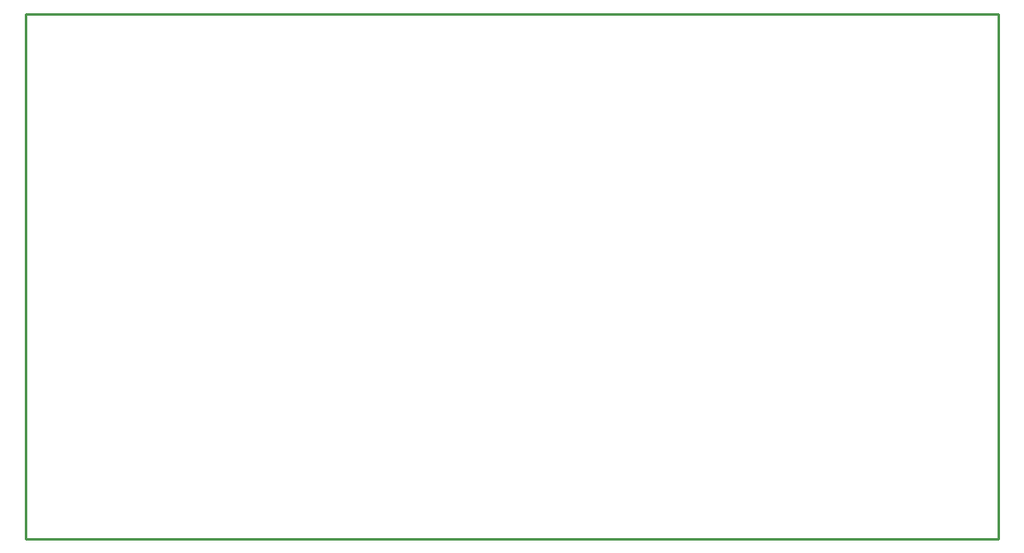
<source format=gko>
G04 Layer: BoardOutline*
G04 EasyEDA v6.4.0, 2020-07-10T11:57:04+05:30*
G04 10c5ef2ce51e4c2f8f143787e658d517,b6e8962e620740079bb188d2402746ea,10*
G04 Gerber Generator version 0.2*
G04 Scale: 100 percent, Rotated: No, Reflected: No *
G04 Dimensions in inches *
G04 leading zeros omitted , absolute positions ,2 integer and 4 decimal *
%FSLAX24Y24*%
%MOIN*%
G90*
G70D02*

%ADD10C,0.010000*%
G54D10*
G01X0Y21150D02*
G01X39200Y21150D01*
G01X39200Y0D01*
G01X0Y0D01*
G01X0Y21150D01*

%LPD*%
M00*
M02*

</source>
